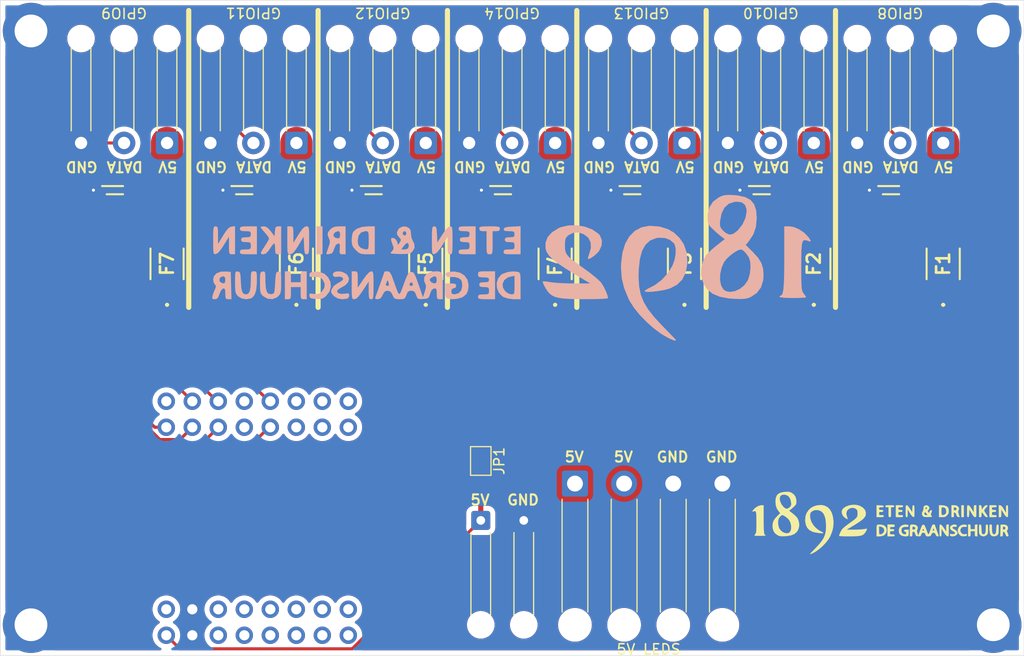
<source format=kicad_pcb>
(kicad_pcb (version 20240108) (generator "pcbnew") (generator_version "8.0")
  (layers (0 "F.Cu" signal) (31 "B.Cu" signal) (34 "B.Paste" user) (35 "F.Paste" user) (36 "B.SilkS" user "B.Silkscreen") (37 "F.SilkS" user "F.Silkscreen") (38 "B.Mask" user) (39 "F.Mask" user) (44 "Edge.Cuts" user))
  (net 0 "")
  (net 1 "+5V2")
  (net 2 "/OUT5V1")
  (net 3 "/OUT5V2")
  (net 4 "/OUT5V3")
  (net 5 "/OUT5V4")
  (net 6 "/OUT5V5")
  (net 7 "Net-(J6-Pin_1)")
  (net 8 "Net-(J7-Pin_1)")
  (net 9 "GND")
  (net 10 "OUT1")
  (net 11 "OUT2")
  (net 12 "OUT3")
  (net 13 "OUT4")
  (net 14 "OUT5")
  (net 15 "OUT6")
  (net 16 "OUT7")
  (net 17 "+5V1")
  (net 18 "Net-(LED1-A)")
  (net 19 "Net-(LED2-A)")
  (net 20 "Net-(LED3-A)")
  (net 21 "Net-(LED4-A)")
  (net 22 "Net-(LED5-A)")
  (net 23 "Net-(LED6-A)")
  (net 24 "Net-(LED7-A)")
  (footprint "Connectors:Custom SolderWire 1x04 with relief" (layer "F.Cu") (at 70.138095 61.21)
    (property "Reference" "J9")
    (property "Value" "5V LEDS" (at 7.2 16.19 0) (layer "F.SilkS"))
    (pad "" np_thru_hole circle (at 0 13.8) (size 2.8 2.8) (drill 2.8) (layers "F&B.Cu" "*.Mask"))
    (pad "" np_thru_hole circle (at 4.8 13.8) (size 2.8 2.8) (drill 2.8) (layers "F&B.Cu" "*.Mask"))
    (pad "" np_thru_hole circle (at 9.6 13.8) (size 2.8 2.8) (drill 2.8) (layers "F&B.Cu" "*.Mask"))
    (pad "" np_thru_hole circle (at 14.4 13.8) (size 2.8 2.8) (drill 2.8) (layers "F&B.Cu" "*.Mask"))
    (pad "1" thru_hole roundrect (at 0 0) (size 2.55 2.55) (drill 1.55) (layers "*.Cu" "*.Mask") (roundrect_rratio 0.09803882353) (net 1 "+5V2"))
    (pad "2" thru_hole circle (at 4.8 0) (size 2.55 2.55) (drill 1.55) (layers "*.Cu" "*.Mask") (net 1 "+5V2"))
    (pad "3" thru_hole circle (at 9.6 0) (size 2.55 2.55) (drill 1.55) (layers "*.Cu" "*.Mask") (net 9 "GND"))
    (pad "4" thru_hole circle (at 14.4 0) (size 2.55 2.55) (drill 1.55) (layers "*.Cu" "*.Mask") (net 9 "GND"))
  )
  (footprint "MountingHole:MountingHole_3.2mm_M3_ISO14580_Pad" (layer "F.Cu") (at 17 17)
    (property "Reference" "H1" (hide yes))
    (property "Value" "MountingHole_Pad" (hide yes))
    (pad "1" thru_hole circle (at 0 0) (size 5.5 5.5) (drill 3.2) (layers "*.Cu" "*.Mask") (net 9 "GND"))
  )
  (footprint "Samacsys:RESC1608X50N" (layer "F.Cu") (at 78.935713 32.55)
    (property "Reference" "R3" (hide yes))
    (property "Value" "CRCW0603402RFKEA" (hide yes))
    (pad "1" smd rect (at -0.75 0) (size 0.85 1) (layers "F.Cu" "F.Paste" "F.Mask") (net 20 "Net-(LED3-A)"))
    (pad "2" smd rect (at 0.75 0) (size 0.85 1) (layers "F.Cu" "F.Paste" "F.Mask") (net 4 "/OUT5V3"))
  )
  (footprint "Samacsys:LEDM168X65N" (layer "F.Cu") (at 101.007141 32.55)
    (property "Reference" "LED1" (hide yes))
    (property "Value" "SMLD12EN1WT86" (hide yes))
    (pad "1" smd rect (at -0.9 0 90) (size 0.7 1) (layers "F.Cu" "F.Paste" "F.Mask") (net 9 "GND"))
    (pad "2" smd rect (at 0.9 0 90) (size 0.7 1) (layers "F.Cu" "F.Paste" "F.Mask") (net 18 "Net-(LED1-A)"))
  )
  (footprint "Connectors:Custom solderWire 1x03 with relief" (layer "F.Cu") (at 55.564285 27.94 180)
    (property "Reference" "J5")
    (property "Value" "GPIO12" (at 4.2 12.7 180) (layer "F.SilkS"))
    (pad "" np_thru_hole circle (at 0 10.2 180) (size 2.2 2.2) (drill 2.2) (layers "F&B.Cu" "*.Mask"))
    (pad "" np_thru_hole circle (at 4.2 10.2 180) (size 2.2 2.2) (drill 2.2) (layers "F&B.Cu" "*.Mask"))
    (pad "" np_thru_hole circle (at 8.4 10.2 180) (size 2.2 2.2) (drill 2.2) (layers "F&B.Cu" "*.Mask"))
    (pad "1" thru_hole roundrect (at 0 0 180) (size 2.2 2.2) (drill 1.2) (layers "*.Cu" "*.Mask") (roundrect_rratio 0.135135) (net 6 "/OUT5V5"))
    (pad "2" thru_hole circle (at 4.2 0 180) (size 2.2 2.2) (drill 1.2) (layers "*.Cu" "*.Mask") (net 14 "OUT5"))
    (pad "3" thru_hole circle (at 8.4 0 180) (size 2.2 2.2) (drill 1.2) (layers "*.Cu" "*.Mask") (net 9 "GND"))
  )
  (footprint "KiCad:1812L010DR" (layer "F.Cu") (at 80.835713 39.75 90)
    (property "Reference" "F3" (at 0 0 90) (layer "F.SilkS") (effects (font (size 1.27 1.27) (thickness 0.254))))
    (property "Value" "Polyfuse_Small" (hide yes))
    (pad "1" smd rect (at -2.615 0 90) (size 1.78 3.15) (layers "F.Cu" "F.Paste" "F.Mask") (net 1 "+5V2"))
    (pad "2" smd rect (at 2.615 0 90) (size 1.78 3.15) (layers "F.Cu" "F.Paste" "F.Mask") (net 4 "/OUT5V3"))
  )
  (footprint "KiCad:1812L010DR" (layer "F.Cu") (at 68.199999 39.75 90)
    (property "Reference" "F4" (at 0 0 90) (layer "F.SilkS") (effects (font (size 1.27 1.27) (thickness 0.254))))
    (property "Value" "Polyfuse_Small" (hide yes))
    (pad "1" smd rect (at -2.615 0 90) (size 1.78 3.15) (layers "F.Cu" "F.Paste" "F.Mask") (net 1 "+5V2"))
    (pad "2" smd rect (at 2.615 0 90) (size 1.78 3.15) (layers "F.Cu" "F.Paste" "F.Mask") (net 5 "/OUT5V4"))
  )
  (footprint "Samacsys:RESC1608X50N" (layer "F.Cu") (at 104.207141 32.55)
    (property "Reference" "R1" (hide yes))
    (property "Value" "CRCW0603402RFKEA" (hide yes))
    (pad "1" smd rect (at -0.75 0) (size 0.85 1) (layers "F.Cu" "F.Paste" "F.Mask") (net 18 "Net-(LED1-A)"))
    (pad "2" smd rect (at 0.75 0) (size 0.85 1) (layers "F.Cu" "F.Paste" "F.Mask") (net 2 "/OUT5V1"))
  )
  (footprint "WEMOS-ESP32-S2:WEMOS-ESP32-S2" (layer "F.Cu") (at 48 53.17 -90)
    (property "Reference" "U1" (hide yes))
    (property "Value" "~" (hide yes))
    (pad "1" thru_hole oval (at 0 0 270) (size 1.7 1.7) (drill 1) (layers "*.Cu" "*.Mask"))
    (pad "2" thru_hole oval (at 0 2.54 270) (size 1.7 1.7) (drill 1) (layers "*.Cu" "*.Mask"))
    (pad "3" thru_hole oval (at 0 5.08 270) (size 1.7 1.7) (drill 1) (layers "*.Cu" "*.Mask"))
    (pad "4" thru_hole oval (at 0 7.62 270) (size 1.7 1.7) (drill 1) (layers "*.Cu" "*.Mask") (net 16 "OUT7"))
    (pad "5" thru_hole oval (at 0 10.16 270) (size 1.7 1.7) (drill 1) (layers "*.Cu" "*.Mask"))
    (pad "6" thru_hole oval (at 0 12.7 270) (size 1.7 1.7) (drill 1) (layers "*.Cu" "*.Mask") (net 15 "OUT6"))
    (pad "7" thru_hole oval (at 0 15.24 270) (size 1.7 1.7) (drill 1) (layers "*.Cu" "*.Mask") (net 14 "OUT5"))
    (pad "8" thru_hole oval (at 0 17.78 270) (size 1.7 1.7) (drill 1) (layers "*.Cu" "*.Mask"))
    (pad "9" thru_hole oval (at 2.54 0 270) (size 1.7 1.7) (drill 1) (layers "*.Cu" "*.Mask"))
    (pad "10" thru_hole oval (at 2.54 2.54 270) (size 1.7 1.7) (drill 1) (layers "*.Cu" "*.Mask"))
    (pad "11" thru_hole oval (at 2.54 5.08 270) (size 1.7 1.7) (drill 1) (layers "*.Cu" "*.Mask"))
    (pad "12" thru_hole oval (at 2.54 7.62 270) (size 1.7 1.7) (drill 1) (layers "*.Cu" "*.Mask") (net 10 "OUT1"))
    (pad "13" thru_hole oval (at 2.54 10.16 270) (size 1.7 1.7) (drill 1) (layers "*.Cu" "*.Mask"))
    (pad "14" thru_hole oval (at 2.54 12.7 270) (size 1.7 1.7) (drill 1) (layers "*.Cu" "*.Mask") (net 11 "OUT2"))
    (pad "15" thru_hole oval (at 2.54 15.24 270) (size 1.7 1.7) (drill 1) (layers "*.Cu" "*.Mask") (net 12 "OUT3"))
    (pad "16" thru_hole oval (at 2.54 17.78 270) (size 1.7 1.7) (drill 1) (layers "*.Cu" "*.Mask") (net 13 "OUT4"))
    (pad "17" thru_hole oval (at 20.32 0 270) (size 1.7 1.7) (drill 1) (layers "*.Cu" "*.Mask"))
    (pad "18" thru_hole oval (at 20.32 2.54 270) (size 1.7 1.7) (drill 1) (layers "*.Cu" "*.Mask"))
    (pad "19" thru_hole oval (at 20.32 5.08 270) (size 1.7 1.7) (drill 1) (layers "*.Cu" "*.Mask"))
    (pad "20" thru_hole oval (at 20.32 7.62 270) (size 1.7 1.7) (drill 1) (layers "*.Cu" "*.Mask"))
    (pad "21" thru_hole oval (at 20.32 10.16 270) (size 1.7 1.7) (drill 1) (layers "*.Cu" "*.Mask"))
    (pad "22" thru_hole oval (at 20.32 12.7 270) (size 1.7 1.7) (drill 1) (layers "*.Cu" "*.Mask"))
    (pad "23" thru_hole oval (at 20.32 15.24 270) (size 1.7 1.7) (drill 1) (layers "*.Cu" "*.Mask") (net 9 "GND"))
    (pad "24" thru_hole oval (at 20.32 17.78 270) (size 1.7 1.7) (drill 1) (layers "*.Cu" "*.Mask"))
    (pad "25" thru_hole oval (at 22.86 0 270) (size 1.7 1.7) (drill 1) (layers "*.Cu" "*.Mask"))
    (pad "26" thru_hole oval (at 22.86 2.54 270) (size 1.7 1.7) (drill 1) (layers "*.Cu" "*.Mask"))
    (pad "27" thru_hole oval (at 22.86 5.08 270) (size 1.7 1.7) (drill 1) (layers "*.Cu" "*.Mask"))
    (pad "28" thru_hole oval (at 22.86 7.62 270) (size 1.7 1.7) (drill 1) (layers "*.Cu" "*.Mask"))
    (pad "29" thru_hole oval (at 22.86 10.16 270) (size 1.7 1.7) (drill 1) (layers "*.Cu" "*.Mask"))
    (pad "30" thru_hole oval (at 22.86 12.7 270) (size 1.7 1.7) (drill 1) (layers "*.Cu" "*.Mask"))
    (pad "31" thru_hole oval (at 22.86 15.24 270) (size 1.7 1.7) (drill 1) (layers "*.Cu" "*.Mask") (net 9 "GND"))
    (pad "32" thru_hole oval (at 22.86 17.78 270) (size 1.7 1.7) (drill 1) (layers "*.Cu" "*.Mask") (net 17 "+5V1"))
  )
  (footprint "Samacsys:RESC1608X50N" (layer "F.Cu") (at 91.571427 32.55)
    (property "Reference" "R2" (hide yes))
    (property "Value" "CRCW0603402RFKEA" (hide yes))
    (pad "1" smd rect (at -0.75 0) (size 0.85 1) (layers "F.Cu" "F.Paste" "F.Mask") (net 19 "Net-(LED2-A)"))
    (pad "2" smd rect (at 0.75 0) (size 0.85 1) (layers "F.Cu" "F.Paste" "F.Mask") (net 3 "/OUT5V2"))
  )
  (footprint "KiCad:1812L010DR" (layer "F.Cu") (at 106.107141 39.75 90)
    (property "Reference" "F1" (at 0 0 90) (layer "F.SilkS") (effects (font (size 1.27 1.27) (thickness 0.254))))
    (property "Value" "Polyfuse_Small" (hide yes))
    (pad "1" smd rect (at -2.615 0 90) (size 1.78 3.15) (layers "F.Cu" "F.Paste" "F.Mask") (net 1 "+5V2"))
    (pad "2" smd rect (at 2.615 0 90) (size 1.78 3.15) (layers "F.Cu" "F.Paste" "F.Mask") (net 2 "/OUT5V1"))
  )
  (footprint "Connector_Wire:SolderWire-0.25sqmm_1x02_P4.2mm_D0.65mm_OD1.7mm_Relief" (layer "F.Cu") (at 60.938095 64.81)
    (property "Reference" "J8" (hide yes))
    (property "Value" "5V ESP")
    (pad "" np_thru_hole circle (at 0 10.2) (size 2.2 2.2) (drill 2.2) (layers "F&B.Cu" "*.Mask"))
    (pad "" np_thru_hole circle (at 4.2 10.2) (size 2.2 2.2) (drill 2.2) (layers "F&B.Cu" "*.Mask"))
    (pad "1" thru_hole roundrect (at 0 0) (size 1.85 1.85) (drill 0.85) (layers "*.Cu" "*.Mask") (roundrect_rratio 0.1351351351) (net 17 "+5V1"))
    (pad "2" thru_hole circle (at 4.2 0) (size 1.85 1.85) (drill 0.85) (layers "*.Cu" "*.Mask") (net 9 "GND"))
  )
  (footprint "Samacsys:LEDM168X65N" (layer "F.Cu") (at 88.371427 32.55)
    (property "Reference" "LED2" (hide yes))
    (property "Value" "SMLD12EN1WT86" (hide yes))
    (pad "1" smd rect (at -0.9 0 90) (size 0.7 1) (layers "F.Cu" "F.Paste" "F.Mask") (net 9 "GND"))
    (pad "2" smd rect (at 0.9 0 90) (size 0.7 1) (layers "F.Cu" "F.Paste" "F.Mask") (net 19 "Net-(LED2-A)"))
  )
  (footprint "MountingHole:MountingHole_3.2mm_M3_ISO14580_Pad" (layer "F.Cu") (at 111 75)
    (property "Reference" "H4" (hide yes))
    (property "Value" "MountingHole_Pad" (hide yes))
    (pad "1" thru_hole circle (at 0 0) (size 5.5 5.5) (drill 3.2) (layers "*.Cu" "*.Mask") (net 9 "GND"))
  )
  (footprint "Samacsys:LEDM168X65N" (layer "F.Cu") (at 50.464285 32.55)
    (property "Reference" "LED5" (hide yes))
    (property "Value" "SMLD12EN1WT86" (hide yes))
    (pad "1" smd rect (at -0.9 0 90) (size 0.7 1) (layers "F.Cu" "F.Paste" "F.Mask") (net 9 "GND"))
    (pad "2" smd rect (at 0.9 0 90) (size 0.7 1) (layers "F.Cu" "F.Paste" "F.Mask") (net 22 "Net-(LED5-A)"))
  )
  (footprint "MountingHole:MountingHole_3.2mm_M3_ISO14580_Pad" (layer "F.Cu") (at 111 17)
    (property "Reference" "H2" (hide yes))
    (property "Value" "MountingHole_Pad" (hide yes))
    (pad "1" thru_hole circle (at 0 0) (size 5.5 5.5) (drill 3.2) (layers "*.Cu" "*.Mask") (net 9 "GND"))
  )
  (footprint "MountingHole:MountingHole_3.2mm_M3_ISO14580_Pad" (layer "F.Cu") (at 17 75)
    (property "Reference" "H3" (hide yes))
    (property "Value" "MountingHole_Pad" (hide yes))
    (pad "1" thru_hole circle (at 0 0) (size 5.5 5.5) (drill 3.2) (layers "*.Cu" "*.Mask") (net 9 "GND"))
  )
  (footprint "Samacsys:RESC1608X50N" (layer "F.Cu") (at 53.664285 32.55)
    (property "Reference" "R5" (hide yes))
    (property "Value" "CRCW0603402RFKEA" (hide yes))
    (pad "1" smd rect (at -0.75 0) (size 0.85 1) (layers "F.Cu" "F.Paste" "F.Mask") (net 22 "Net-(LED5-A)"))
    (pad "2" smd rect (at 0.75 0) (size 0.85 1) (layers "F.Cu" "F.Paste" "F.Mask") (net 6 "/OUT5V5"))
  )
  (footprint "Samacsys:LEDM168X65N" (layer "F.Cu") (at 37.828571 32.55)
    (property "Reference" "LED6" (hide yes))
    (property "Value" "SMLD12EN1WT86" (hide yes))
    (pad "1" smd rect (at -0.9 0 90) (size 0.7 1) (layers "F.Cu" "F.Paste" "F.Mask") (net 9 "GND"))
    (pad "2" smd rect (at 0.9 0 90) (size 0.7 1) (layers "F.Cu" "F.Paste" "F.Mask") (net 23 "Net-(LED6-A)"))
  )
  (footprint "Connectors:Custom solderWire 1x03 with relief" (layer "F.Cu") (at 80.835713 27.94 180)
    (property "Reference" "J3")
    (property "Value" "GPIO13" (at 4.2 12.7 180) (layer "F.SilkS"))
    (pad "" np_thru_hole circle (at 0 10.2 180) (size 2.2 2.2) (drill 2.2) (layers "F&B.Cu" "*.Mask"))
    (pad "" np_thru_hole circle (at 4.2 10.2 180) (size 2.2 2.2) (drill 2.2) (layers "F&B.Cu" "*.Mask"))
    (pad "" np_thru_hole circle (at 8.4 10.2 180) (size 2.2 2.2) (drill 2.2) (layers "F&B.Cu" "*.Mask"))
    (pad "1" thru_hole roundrect (at 0 0 180) (size 2.2 2.2) (drill 1.2) (layers "*.Cu" "*.Mask") (roundrect_rratio 0.135135) (net 4 "/OUT5V3"))
    (pad "2" thru_hole circle (at 4.2 0 180) (size 2.2 2.2) (drill 1.2) (layers "*.Cu" "*.Mask") (net 12 "OUT3"))
    (pad "3" thru_hole circle (at 8.4 0 180) (size 2.2 2.2) (drill 1.2) (layers "*.Cu" "*.Mask") (net 9 "GND"))
  )
  (footprint "Jumper:SolderJumper-2_P1.3mm_Open_TrianglePad1.0x1.5mm" (layer "F.Cu") (at 60.938095 59 -90)
    (property "Reference" "JP1" (at 0 -1.8 90) (layer "F.SilkS"))
    (property "Value" "SolderJumper_2_Open" (hide yes))
    (pad "1" smd custom (at -0.724999 0 270) (size 0.3 0.3) (layers "F.Cu" "F.Mask") (net 1 "+5V2") (options (clearance outline) (anchor rect)) (primitives (gr_poly (pts (xy 1 0) (xy 0.5 0.75) (xy -0.5 0.75) (xy -0.5 -0.75) (xy 0.5 -0.75)) (width 0) (fill yes))))
    (pad "2" smd custom (at 0.724999 0 270) (size 0.3 0.3) (layers "F.Cu" "F.Mask") (net 17 "+5V1") (options (clearance outline) (anchor rect)) (primitives (gr_poly (pts (xy 0.5 0.75) (xy -0.65 0.75) (xy -0.15 0) (xy -0.65 -0.75) (xy 0.5 -0.75)) (width 0) (fill yes))))
  )
  (footprint "Connectors:Custom solderWire 1x03 with relief" (layer "F.Cu") (at 68.199999 27.94 180)
    (property "Reference" "J4")
    (property "Value" "GPIO14" (at 4.2 12.7 180) (layer "F.SilkS"))
    (pad "" np_thru_hole circle (at 0 10.2 180) (size 2.2 2.2) (drill 2.2) (layers "F&B.Cu" "*.Mask"))
    (pad "" np_thru_hole circle (at 4.2 10.2 180) (size 2.2 2.2) (drill 2.2) (layers "F&B.Cu" "*.Mask"))
    (pad "" np_thru_hole circle (at 8.4 10.2 180) (size 2.2 2.2) (drill 2.2) (layers "F&B.Cu" "*.Mask"))
    (pad "1" thru_hole roundrect (at 0 0 180) (size 2.2 2.2) (drill 1.2) (layers "*.Cu" "*.Mask") (roundrect_rratio 0.135135) (net 5 "/OUT5V4"))
    (pad "2" thru_hole circle (at 4.2 0 180) (size 2.2 2.2) (drill 1.2) (layers "*.Cu" "*.Mask") (net 13 "OUT4"))
    (pad "3" thru_hole circle (at 8.4 0 180) (size 2.2 2.2) (drill 1.2) (layers "*.Cu" "*.Mask") (net 9 "GND"))
  )
  (footprint "Connectors:Custom solderWire 1x03 with relief" (layer "F.Cu") (at 93.471427 27.94 180)
    (property "Reference" "J2")
    (property "Value" "GPIO10" (at 4.2 12.7 180) (layer "F.SilkS"))
    (pad "" np_thru_hole circle (at 0 10.2 180) (size 2.2 2.2) (drill 2.2) (layers "F&B.Cu" "*.Mask"))
    (pad "" np_thru_hole circle (at 4.2 10.2 180) (size 2.2 2.2) (drill 2.2) (layers "F&B.Cu" "*.Mask"))
    (pad "" np_thru_hole circle (at 8.4 10.2 180) (size 2.2 2.2) (drill 2.2) (layers "F&B.Cu" "*.Mask"))
    (pad "1" thru_hole roundrect (at 0 0 180) (size 2.2 2.2) (drill 1.2) (layers "*.Cu" "*.Mask") (roundrect_rratio 0.135135) (net 3 "/OUT5V2"))
    (pad "2" thru_hole circle (at 4.2 0 180) (size 2.2 2.2) (drill 1.2) (layers "*.Cu" "*.Mask") (net 11 "OUT2"))
    (pad "3" thru_hole circle (at 8.4 0 180) (size 2.2 2.2) (drill 1.2) (layers "*.Cu" "*.Mask") (net 9 "GND"))
  )
  (footprint "Samacsys:RESC1608X50N" (layer "F.Cu") (at 28.392857 32.55)
    (property "Reference" "R7" (hide yes))
    (property "Value" "CRCW0603402RFKEA" (hide yes))
    (pad "1" smd rect (at -0.75 0) (size 0.85 1) (layers "F.Cu" "F.Paste" "F.Mask") (net 24 "Net-(LED7-A)"))
    (pad "2" smd rect (at 0.75 0) (size 0.85 1) (layers "F.Cu" "F.Paste" "F.Mask") (net 8 "Net-(J7-Pin_1)"))
  )
  (footprint "KiCad:1812L010DR" (layer "F.Cu") (at 30.292857 39.75 90)
    (property "Reference" "F7" (at 0 0 -90) (layer "F.SilkS") (effects (font (size 1.27 1.27) (thickness 0.254))))
    (property "Value" "Polyfuse_Small" (hide yes))
    (pad "1" smd rect (at -2.615 0 90) (size 1.78 3.15) (layers "F.Cu" "F.Paste" "F.Mask") (net 1 "+5V2"))
    (pad "2" smd rect (at 2.615 0 90) (size 1.78 3.15) (layers "F.Cu" "F.Paste" "F.Mask") (net 8 "Net-(J7-Pin_1)"))
  )
  (footprint "Samacsys:RESC1608X50N" (layer "F.Cu") (at 66.299999 32.55)
    (property "Reference" "R4" (hide yes))
    (property "Value" "CRCW0603402RFKEA" (hide yes))
    (pad "1" smd rect (at -0.75 0) (size 0.85 1) (layers "F.Cu" "F.Paste" "F.Mask") (net 21 "Net-(LED4-A)"))
    (pad "2" smd rect (at 0.75 0) (size 0.85 1) (layers "F.Cu" "F.Paste" "F.Mask") (net 5 "/OUT5V4"))
  )
  (footprint "Logo:Logo2" (layer "F.Cu") (at 100 65)
    (property "Reference" "G***" (hide yes))
    (property "Value" "LOGO" (hide yes))
  )
  (footprint "KiCad:1812L010DR" (layer "F.Cu") (at 55.564285 39.75 90)
    (property "Reference" "F5" (at 0 0 90) (layer "F.SilkS") (effects (font (size 1.27 1.27) (thickness 0.254))))
    (property "Value" "Polyfuse_Small" (hide yes))
    (pad "1" smd rect (at -2.615 0 90) (size 1.78 3.15) (layers "F.Cu" "F.Paste" "F.Mask") (net 1 "+5V2"))
    (pad "2" smd rect (at 2.615 0 90) (size 1.78 3.15) (layers "F.Cu" "F.Paste" "F.Mask") (net 6 "/OUT5V5"))
  )
  (footprint "Samacsys:LEDM168X65N" (layer "F.Cu") (at 63.099999 32.55)
    (property "Reference" "LED4" (hide yes))
    (property "Value" "SMLD12EN1WT86" (hide yes))
    (pad "1" smd rect (at -0.9 0 90) (size 0.7 1) (layers "F.Cu" "F.Paste" "F.Mask") (net 9 "GND"))
    (pad "2" smd rect (at 0.9 0 90) (size 0.7 1) (layers "F.Cu" "F.Paste" "F.Mask") (net 21 "Net-(LED4-A)"))
  )
  (footprint "Samacsys:LEDM168X65N" (layer "F.Cu") (at 75.735713 32.55)
    (property "Reference" "LED3" (hide yes))
    (property "Value" "SMLD12EN1WT86" (hide yes))
    (pad "1" smd rect (at -0.9 0 90) (size 0.7 1) (layers "F.Cu" "F.Paste" "F.Mask") (net 9 "GND"))
    (pad "2" smd rect (at 0.9 0 90) (size 0.7 1) (layers "F.Cu" "F.Paste" "F.Mask") (net 20 "Net-(LED3-A)"))
  )
  (footprint "Connectors:Custom solderWire 1x03 with relief" (layer "F.Cu") (at 42.928571 27.94 180)
    (property "Reference" "J6")
    (property "Value" "GPIO11" (at 4.2 12.7 180) (layer "F.SilkS"))
    (pad "" np_thru_hole circle (at 0 10.2 180) (size 2.2 2.2) (drill 2.2) (layers "F&B.Cu" "*.Mask"))
    (pad "" np_thru_hole circle (at 4.2 10.2 180) (size 2.2 2.2) (drill 2.2) (layers "F&B.Cu" "*.Mask"))
    (pad "" np_thru_hole circle (at 8.4 10.2 180) (size 2.2 2.2) (drill 2.2) (layers "F&B.Cu" "*.Mask"))
    (pad "1" thru_hole roundrect (at 0 0 180) (size 2.2 2.2) (drill 1.2) (layers "*.Cu" "*.Mask") (roundrect_rratio 0.135135) (net 7 "Net-(J6-Pin_1)"))
    (pad "2" thru_hole circle (at 4.2 0 180) (size 2.2 2.2) (drill 1.2) (layers "*.Cu" "*.Mask") (net 15 "OUT6"))
    (pad "3" thru_hole circle (at 8.4 0 180) (size 2.2 2.2) (drill 1.2) (layers "*.Cu" "*.Mask") (net 9 "GND"))
  )
  (footprint "Connectors:Custom solderWire 1x03 with relief" (layer "F.Cu") (at 106.107141 27.94 180)
    (property "Reference" "J1")
    (property "Value" "GPIO8" (at 4.2 12.7 180) (layer "F.SilkS"))
    (pad "" np_thru_hole circle (at 0 10.2 180) (size 2.2 2.2) (drill 2.2) (layers "F&B.Cu" "*.Mask"))
    (pad "" np_thru_hole circle (at 4.2 10.2 180) (size 2.2 2.2) (drill 2.2) (layers "F&B.Cu" "*.Mask"))
    (pad "" np_thru_hole circle (at 8.4 10.2 180) (size 2.2 2.2) (drill 2.2) (layers "F&B.Cu" "*.Mask"))
    (pad "1" thru_hole roundrect (at 0 0 180) (size 2.2 2.2) (drill 1.2) (layers "*.Cu" "*.Mask") (roundrect_rratio 0.135135) (net 2 "/OUT5V1"))
    (pad "2" thru_hole circle (at 4.2 0 180) (size 2.2 2.2) (drill 1.2) (layers "*.Cu" "*.Mask") (net 10 "OUT1"))
    (pad "3" thru_hole circle (at 8.4 0 180) (size 2.2 2.2) (drill 1.2) (layers "*.Cu" "*.Mask") (net 9 "GND"))
  )
  (footprint "KiCad:1812L010DR" (layer "F.Cu") (at 93.471427 39.75 90)
    (property "Reference" "F2" (at 0 0 90) (layer "F.SilkS") (effects (font (size 1.27 1.27) (thickness 0.254))))
    (property "Value" "Polyfuse_Small" (hide yes))
    (pad "1" smd rect (at -2.615 0 90) (size 1.78 3.15) (layers "F.Cu" "F.Paste" "F.Mask") (net 1 "+5V2"))
    (pad "2" smd rect (at 2.615 0 90) (size 1.78 3.15) (layers "F.Cu" "F.Paste" "F.Mask") (net 3 "/OUT5V2"))
  )
  (footprint "KiCad:1812L010DR" (layer "F.Cu") (at 42.928571 39.75 90)
    (property "Reference" "F6" (at 0 0 -90) (layer "F.SilkS") (effects (font (size 1.27 1.27) (thickness 0.254))))
    (property "Value" "Polyfuse_Small" (hide yes))
    (pad "1" smd rect (at -2.615 0 90) (size 1.78 3.15) (layers "F.Cu" "F.Paste" "F.Mask") (net 1 "+5V2"))
    (pad "2" smd rect (at 2.615 0 90) (size 1.78 3.15) (layers "F.Cu" "F.Paste" "F.Mask") (net 7 "Net-(J6-Pin_1)"))
  )
  (footprint "Samacsys:RESC1608X50N" (layer "F.Cu") (at 41.028571 32.55)
    (property "Reference" "R6" (hide yes))
    (property "Value" "CRCW0603402RFKEA" (hide yes))
    (pad "1" smd rect (at -0.75 0) (size 0.85 1) (layers "F.Cu" "F.Paste" "F.Mask") (net 23 "Net-(LED6-A)"))
    (pad "2" smd rect (at 0.75 0) (size 0.85 1) (layers "F.Cu" "F.Paste" "F.Mask") (net 7 "Net-(J6-Pin_1)"))
  )
  (footprint "Connectors:Custom solderWire 1x03 with relief" (layer "F.Cu") (at 30.292857 27.94 180)
    (property "Reference" "J7")
    (property "Value" "GPIO9" (at 4.2 12.7 180) (layer "F.SilkS"))
    (pad "" np_thru_hole circle (at 0 10.2 180) (size 2.2 2.2) (drill 2.2) (layers "F&B.Cu" "*.Mask"))
    (pad "" np_thru_hole circle (at 4.2 10.2 180) (size 2.2 2.2) (drill 2.2) (layers "F&B.Cu" "*.Mask"))
    (pad "" np_thru_hole circle (at 8.4 10.2 180) (size 2.2 2.2) (drill 2.2) (layers "F&B.Cu" "*.Mask"))
    (pad "1" thru_hole roundrect (at 0 0 180) (size 2.2 2.2) (drill 1.2) (layers "*.Cu" "*.Mask") (roundrect_rratio 0.135135) (net 8 "Net-(J7-Pin_1)"))
    (pad "2" thru_hole circle (at 4.2 0 180) (size 2.2 2.2) (drill 1.2) (layers "*.Cu" "*.Mask") (net 16 "OUT7"))
    (pad "3" thru_hole circle (at 8.4 0 180) (size 2.2 2.2) (drill 1.2) (layers "*.Cu" "*.Mask") (net 9 "GND"))
  )
  (footprint "Samacsys:LEDM168X65N" (layer "F.Cu") (at 25.192857 32.55)
    (property "Reference" "LED7" (hide yes))
    (property "Value" "SMLD12EN1WT86" (hide yes))
    (pad "1" smd rect (at -0.9 0 90) (size 0.7 1) (layers "F.Cu" "F.Paste" "F.Mask") (net 9 "GND"))
    (pad "2" smd rect (at 0.9 0 90) (size 0.7 1) (layers "F.Cu" "F.Paste" "F.Mask") (net 24 "Net-(LED7-A)"))
  )
  (footprint "Logo:Logo" (layer "B.Cu") (at 63.876262 40 180)
    (property "Reference" "G***" (hide yes))
    (property "Value" "LOGO" (hide yes))
  )
  (gr_line (start 70.317856 15) (end 70.317856 44) (stroke (width 0.5)) (layer "F.SilkS"))
  (gr_line (start 57.682142 15) (end 57.682142 44) (stroke (width 0.5)) (layer "F.SilkS"))
  (gr_line (start 32.410714 15) (end 32.410714 44) (stroke (width 0.5)) (layer "F.SilkS"))
  (gr_line (start 82.95357 15) (end 82.95357 44) (stroke (width 0.5)) (layer "F.SilkS"))
  (gr_line (start 45.046428 15) (end 45.046428 44) (stroke (width 0.5)) (layer "F.SilkS"))
  (gr_line (start 95.589284 15) (end 95.589284 44) (stroke (width 0.5)) (layer "F.SilkS"))
  (gr_rect (start 14 14) (end 114 78) (stroke (width 0.05)) (fill none) (layer "Edge.Cuts"))
  (gr_text "GND" (at 99.430951 29.671999 180) (layer "F.SilkS") (effects (font (size 1 1) (thickness 0.2) (bold yes)) (justify left bottom)))
  (gr_text "DATA" (at 91.209523 29.671999 180) (layer "F.SilkS") (effects (font (size 1 1) (thickness 0.2) (bold yes)) (justify left bottom)))
  (gr_text "GND" (at 61.523809 29.671999 180) (layer "F.SilkS") (effects (font (size 1 1) (thickness 0.2) (bold yes)) (justify left bottom)))
  (gr_text "GND" (at 74.159523 29.671999 180) (layer "F.SilkS") (effects (font (size 1 1) (thickness 0.2) (bold yes)) (justify left bottom)))
  (gr_text "DATA" (at 53.302381 29.671999 180) (layer "F.SilkS") (effects (font (size 1 1) (thickness 0.2) (bold yes)) (justify left bottom)))
  (gr_text "GND" (at 23.616667 29.671999 180) (layer "F.SilkS") (effects (font (size 1 1) (thickness 0.2) (bold yes)) (justify left bottom)))
  (gr_text "GND" (at 63.414286 63.4 0) (layer "F.SilkS") (effects (font (size 1 1) (thickness 0.2) (bold yes)) (justify left bottom)))
  (gr_text "DATA" (at 40.666667 29.671999 180) (layer "F.SilkS") (effects (font (size 1 1) (thickness 0.2) (bold yes)) (justify left bottom)))
  (gr_text "DATA" (at 103.845237 29.671999 180) (layer "F.SilkS") (effects (font (size 1 1) (thickness 0.2) (bold yes)) (justify left bottom)))
  (gr_text "DATA" (at 28.030953 29.671999 180) (layer "F.SilkS") (effects (font (size 1 1) (thickness 0.2) (bold yes)) (justify left bottom)))
  (gr_text "GND" (at 78.014286 59.2 0) (layer "F.SilkS") (effects (font (size 1 1) (thickness 0.2) (bold yes)) (justify left bottom)))
  (gr_text "5V" (at 44.033333 29.672 180) (layer "F.SilkS") (effects (font (size 1 1) (thickness 0.2) (bold yes)) (justify left bottom)))
  (gr_text "5V" (at 69.304761 29.672 180) (layer "F.SilkS") (effects (font (size 1 1) (thickness 0.2) (bold yes)) (justify left bottom)))
  (gr_text "5V" (at 81.940475 29.672 180) (layer "F.SilkS") (effects (font (size 1 1) (thickness 0.2) (bold yes)) (justify left bottom)))
  (gr_text "DATA" (at 78.573809 29.671999 180) (layer "F.SilkS") (effects (font (size 1 1) (thickness 0.2) (bold yes)) (justify left bottom)))
  (gr_text "GND" (at 86.795237 29.671999 180) (layer "F.SilkS") (effects (font (size 1 1) (thickness 0.2) (bold yes)) (justify left bottom)))
  (gr_text "5V" (at 59.833333 63.4 0) (layer "F.SilkS") (effects (font (size 1 1) (thickness 0.2) (bold yes)) (justify left bottom)))
  (gr_text "GND" (at 48.888095 29.671999 180) (layer "F.SilkS") (effects (font (size 1 1) (thickness 0.2) (bold yes)) (justify left bottom)))
  (gr_text "GND" (at 82.814286 59.2 0) (layer "F.SilkS") (effects (font (size 1 1) (thickness 0.2) (bold yes)) (justify left bottom)))
  (gr_text "5V" (at 73.833333 59.2 0) (layer "F.SilkS") (effects (font (size 1 1) (thickness 0.2) (bold yes)) (justify left bottom)))
  (gr_text "5V" (at 31.397619 29.672 180) (layer "F.SilkS") (effects (font (size 1 1) (thickness 0.2) (bold yes)) (justify left bottom)))
  (gr_text "5V" (at 107.211903 29.672 180) (layer "F.SilkS") (effects (font (size 1 1) (thickness 0.2) (bold yes)) (justify left bottom)))
  (gr_text "5V" (at 56.669047 29.672 180) (layer "F.SilkS") (effects (font (size 1 1) (thickness 0.2) (bold yes)) (justify left bottom)))
  (gr_text "GND" (at 36.252381 29.671999 180) (layer "F.SilkS") (effects (font (size 1 1) (thickness 0.2) (bold yes)) (justify left bottom)))
  (gr_text "5V" (at 69.033333 59.2 0) (layer "F.SilkS") (effects (font (size 1 1) (thickness 0.2) (bold yes)) (justify left bottom)))
  (gr_text "5V" (at 94.576189 29.672 180) (layer "F.SilkS") (effects (font (size 1 1) (thickness 0.2) (bold yes)) (justify left bottom)))
  (gr_text "DATA" (at 65.938095 29.671999 180) (layer "F.SilkS") (effects (font (size 1 1) (thickness 0.2) (bold yes)) (justify left bottom)))
  (segment (start 106.107141 37.135) (end 106.107141 27.94) (width 3.15) (layer "F.Cu") (net 2))
  (segment (start 93.471427 27.94) (end 93.471427 37.135) (width 3.15) (layer "F.Cu") (net 3))
  (segment (start 80.835713 27.94) (end 80.835713 37.135) (width 3.15) (layer "F.Cu") (net 4))
  (segment (start 68.199999 37.135) (end 68.199999 27.94) (width 3.15) (layer "F.Cu") (net 5))
  (segment (start 55.564285 27.94) (end 55.564285 37.135) (width 3.15) (layer "F.Cu") (net 6))
  (segment (start 42.928571 37.135) (end 42.928571 27.94) (width 3.15) (layer "F.Cu") (net 7))
  (segment (start 30.292857 37.135) (end 30.292857 27.94) (width 3.15) (layer "F.Cu") (net 8))
  (segment (start 73.65 32.55) (end 74.835713 32.55) (width 0.7) (layer "F.Cu") (net 9))
  (segment (start 98.9 32.55) (end 100.107141 32.55) (width 0.7) (layer "F.Cu") (net 9))
  (segment (start 23.1 32.55) (end 24.292857 32.55) (width 0.7) (layer "F.Cu") (net 9))
  (segment (start 61 32.55) (end 62.199999 32.55) (width 0.7) (layer "F.Cu") (net 9))
  (segment (start 86.25 32.55) (end 87.471427 32.55) (width 0.7) (layer "F.Cu") (net 9))
  (segment (start 48.35 32.55) (end 49.564285 32.55) (width 0.7) (layer "F.Cu") (net 9))
  (segment (start 35.75 32.55) (end 36.928571 32.55) (width 0.7) (layer "F.Cu") (net 9))
  (via (at 86.25 32.55) (size 0.7) (drill 0.3) (layers "F.Cu" "B.Cu") (net 9))
  (via (at 98.9 32.55) (size 0.7) (drill 0.3) (layers "F.Cu" "B.Cu") (net 9))
  (via (at 48.35 32.55) (size 0.7) (drill 0.3) (layers "F.Cu" "B.Cu") (net 9))
  (via (at 73.65 32.55) (size 0.7) (drill 0.3) (layers "F.Cu" "B.Cu") (net 9))
  (via (at 23.1 32.55) (size 0.7) (drill 0.3) (layers "F.Cu" "B.Cu") (net 9))
  (via (at 61 32.55) (size 0.7) (drill 0.3) (layers "F.Cu" "B.Cu") (net 9))
  (via (at 35.75 32.55) (size 0.7) (drill 0.3) (layers "F.Cu" "B.Cu") (net 9))
  (segment (start 17.9 46.638175) (end 29.171826 57.91) (width 0.3) (layer "F.Cu") (net 10))
  (segment (start 102.188095 27.94) (end 97.748095 23.5) (width 0.3) (layer "F.Cu") (net 10))
  (segment (start 20.564468 23.5) (end 17.9 26.16447) (width 0.3) (layer "F.Cu") (net 10))
  (segment (start 40.243095 55.71) (end 40.38 55.71) (width 0.3) (layer "F.Cu") (net 10))
  (segment (start 97.748095 23.5) (end 20.564468 23.5) (width 0.3) (layer "F.Cu") (net 10))
  (segment (start 17.9 26.16447) (end 17.9 46.638175) (width 0.3) (layer "F.Cu") (net 10))
  (segment (start 38.043095 57.91) (end 40.243095 55.71) (width 0.3) (layer "F.Cu") (net 10))
  (segment (start 29.171826 57.91) (end 38.043095 57.91) (width 0.3) (layer "F.Cu") (net 10))
  (segment (start 18.4 46.431068) (end 18.4 26.371576) (width 0.3) (layer "F.Cu") (net 11))
  (segment (start 33.6 57.41) (end 29.378932 57.41) (width 0.3) (layer "F.Cu") (net 11))
  (segment (start 35.3 55.71) (end 33.6 57.41) (width 0.3) (layer "F.Cu") (net 11))
  (segment (start 85.498095 24) (end 89.438095 27.94) (width 0.3) (layer "F.Cu") (net 11))
  (segment (start 20.771575 24) (end 85.498095 24) (width 0.3) (layer "F.Cu") (net 11))
  (segment (start 18.4 26.371576) (end 20.771575 24) (width 0.3) (layer "F.Cu") (net 11))
  (segment (start 29.378932 57.41) (end 18.4 46.431068) (width 0.3) (layer "F.Cu") (net 11))
  (segment (start 32.76 55.71) (end 31.56 56.91) (width 0.3) (layer "F.Cu") (net 12))
  (segment (start 18.9 46.223962) (end 18.9 26.578682) (width 0.3) (layer "F.Cu") (net 12))
  (segment (start 20.978681 24.5) (end 73.248095 24.5) (width 0.3) (layer "F.Cu") (net 12))
  (segment (start 18.9 26.578682) (end 20.978681 24.5) (width 0.3) (layer "F.Cu") (net 12))
  (segment (start 73.248095 24.5) (end 76.688095 27.94) (width 0.3) (layer "F.Cu") (net 12))
  (segment (start 29.586038 56.91) (end 18.9 46.223962) (width 0.3) (layer "F.Cu") (net 12))
  (segment (start 31.56 56.91) (end 29.586038 56.91) (width 0.3) (layer "F.Cu") (net 12))
  (segment (start 19.4 26.785788) (end 19.4 46.016857) (width 0.3) (layer "F.Cu") (net 13))
  (segment (start 29.093144 55.71) (end 30.22 55.71) (width 0.3) (layer "F.Cu") (net 13))
  (segment (start 63.938095 27.94) (end 60.998095 25) (width 0.3) (layer "F.Cu") (net 13))
  (segment (start 60.998095 25) (end 21.185787 25) (width 0.3) (layer "F.Cu") (net 13))
  (segment (start 19.4 46.016857) (end 29.093144 55.71) (width 0.3) (layer "F.Cu") (net 13))
  (segment (start 21.185787 25) (end 19.4 26.785788) (width 0.3) (layer "F.Cu") (net 13))
  (segment (start 32.76 53.17) (end 30.79 51.2) (width 0.3) (layer "F.Cu") (net 14))
  (segment (start 19.9 45.80975) (end 19.9 26.992894) (width 0.3) (layer "F.Cu") (net 14))
  (segment (start 25.29025 51.2) (end 19.9 45.80975) (width 0.3) (layer "F.Cu") (net 14))
  (segment (start 30.79 51.2) (end 25.29025 51.2) (width 0.3) (layer "F.Cu") (net 14))
  (segment (start 48.748095 25.5) (end 51.188095 27.94) (width 0.3) (layer "F.Cu") (net 14))
  (segment (start 21.392894 25.5) (end 48.748095 25.5) (width 0.3) (layer "F.Cu") (net 14))
  (segment (start 19.9 26.992894) (end 21.392894 25.5) (width 0.3) (layer "F.Cu") (net 14))
  (segment (start 20.4 27.2) (end 21.6 26) (width 0.3) (layer "F.Cu") (net 15))
  (segment (start 21.6 26) (end 36.498095 26) (width 0.3) (layer "F.Cu") (net 15))
  (segment (start 25.497356 50.7) (end 20.4 45.602644) (width 0.3) (layer "F.Cu") (net 15))
  (segment (start 35.3 53.17) (end 35.163095 53.17) (width 0.3) (layer "F.Cu") (net 15))
  (segment (start 20.4 45.602644) (end 20.4 27.2) (width 0.3) (layer "F.Cu") (net 15))
  (segment (start 32.693095 50.7) (end 25.497356 50.7) (width 0.3) (layer "F.Cu") (net 15))
  (segment (start 36.498095 26) (end 38.438095 27.94) (width 0.3) (layer "F.Cu") (net 15))
  (segment (start 35.163095 53.17) (end 32.693095 50.7) (width 0.3) (layer "F.Cu") (net 15))
  (segment (start 24.26 27.94) (end 20.9 31.3) (width 0.3) (layer "F.Cu") (net 16))
  (segment (start 20.9 31.3) (end 20.9 45.395538) (width 0.3) (layer "F.Cu") (net 16))
  (segment (start 37.273095 50.2) (end 40.243095 53.17) (width 0.3) (layer "F.Cu") (net 16))
  (segment (start 40.243095 53.17) (end 40.38 53.17) (width 0.3) (layer "F.Cu") (net 16))
  (segment (start 20.9 45.395538) (end 25.704462 50.2) (width 0.3) (layer "F.Cu") (net 16))
  (segment (start 25.704462 50.2) (end 37.273095 50.2) (width 0.3) (layer "F.Cu") (net 16))
  (segment (start 26.092857 27.94) (end 24.26 27.94) (width 0.3) (layer "F.Cu") (net 16))
  (segment (start 60.917057 64.81) (end 60.938095 64.81) (width 0.3) (layer "F.Cu") (net 17))
  (segment (start 60.938095 59.724999) (end 60.938095 64.81) (width 0.5) (layer "F.Cu") (net 17))
  (segment (start 48.377057 77.35) (end 60.917057 64.81) (width 0.3) (layer "F.Cu") (net 17))
  (segment (start 31.54 77.35) (end 48.377057 77.35) (width 0.3) (layer "F.Cu") (net 17))
  (segment (start 30.22 76.03) (end 31.54 77.35) (width 0.3) (layer "F.Cu") (net 17))
  (segment (start 103.457141 32.55) (end 101.907141 32.55) (width 0.7) (layer "F.Cu") (net 18))
  (segment (start 89.271427 32.55) (end 90.821427 32.55) (width 0.7) (layer "F.Cu") (net 19))
  (segment (start 78.185713 32.55) (end 76.635713 32.55) (width 0.7) (layer "F.Cu") (net 20))
  (segment (start 65.549999 32.55) (end 63.999999 32.55) (width 0.7) (layer "F.Cu") (net 21))
  (segment (start 52.914285 32.55) (end 51.364285 32.55) (width 0.7) (layer "F.Cu") (net 22))
  (segment (start 40.278571 32.55) (end 38.728571 32.55) (width 0.7) (layer "F.Cu") (net 23))
  (segment (start 26.092857 32.55) (end 27.642857 32.55) (width 0.7) (layer "F.Cu") (net 24))
  (zone (net 1) (net_name "+5V2") (layer "F.Cu") (priority 1) (connect_pads yes (clearance 0.5)) (min_thickness 0.25) (fill yes (thermal_gap 0.5) (thermal_bridge_width 0.5))
    (polygon (pts (xy 114 78) (xy 67 78) (xy 14 78) (xy 14 50) (xy 14 14) (xy 114 14) (xy 114 40)))
  )
  (zone (net 9) (net_name "GND") (layer "B.Cu") (priority 6) (connect_pads yes (clearance 0.5)) (min_thickness 0.25) (fill yes (thermal_gap 0.5) (thermal_bridge_width 0.5))
    (polygon (pts (xy 14 78) (xy 14 14) (xy 114 14) (xy 114 78)))
  )
)
</source>
